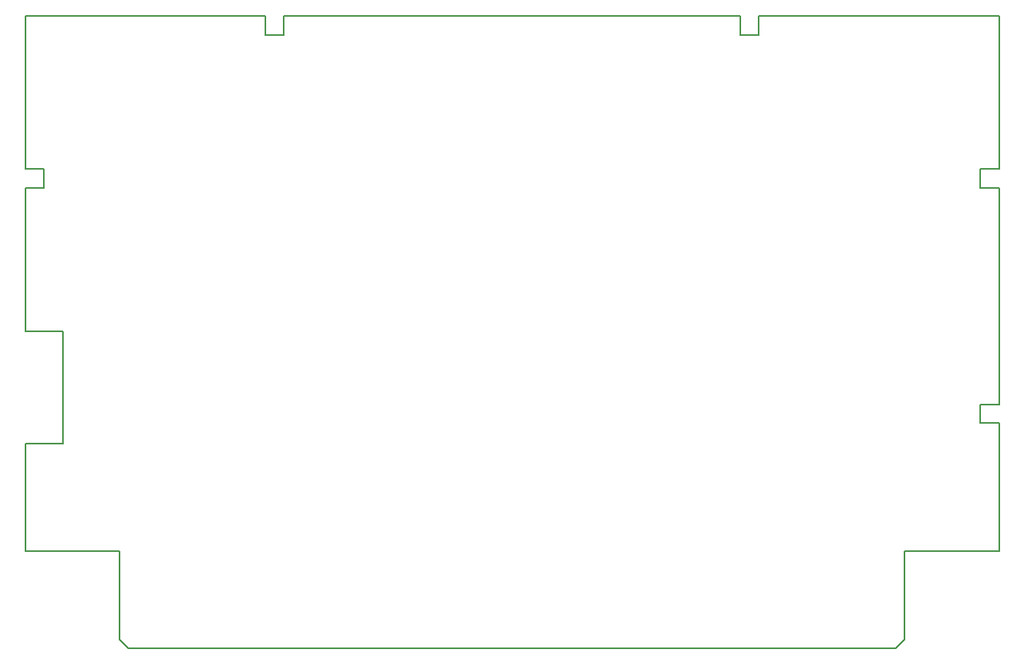
<source format=gbr>
%TF.GenerationSoftware,Altium Limited,Altium Designer,23.10.1 (27)*%
G04 Layer_Color=16711935*
%FSLAX45Y45*%
%MOMM*%
%TF.SameCoordinates,E65562DB-48BA-4528-A783-DBC4A45482EB*%
%TF.FilePolarity,Positive*%
%TF.FileFunction,Other,Mechanical_1*%
%TF.Part,Single*%
G01*
G75*
%TA.AperFunction,NonConductor*%
%ADD107C,0.15240*%
D107*
X1423199Y2446000D02*
Y2646000D01*
Y2446000D02*
X1623199D01*
Y2646000D01*
X-6173199Y-3040000D02*
Y-1900000D01*
Y-700000D02*
Y821000D01*
Y1021000D02*
Y2646000D01*
X4176801Y-3040000D02*
Y-1679000D01*
Y-1479000D02*
Y821000D01*
Y1021000D02*
Y2646000D01*
X3976801Y1021000D02*
X4176801D01*
X3976801Y821000D02*
Y1021000D01*
Y821000D02*
X4176801D01*
X-6173199D02*
X-5973199D01*
Y1021000D01*
X-6173199D02*
X-5973199D01*
X3976801Y-1479000D02*
X4176801D01*
X3976801Y-1679000D02*
Y-1479000D01*
Y-1679000D02*
X4176801D01*
X-6173199Y2646000D02*
X-3623199D01*
X-3423199D02*
X1423199D01*
X-3623199Y2446000D02*
Y2646000D01*
Y2446000D02*
X-3423199D01*
Y2646000D01*
X1623199D02*
X4176801D01*
X3166801Y-3983801D02*
Y-3040000D01*
X-5166799Y-3982599D02*
Y-3040000D01*
X-6173199D02*
X-5166799D01*
X3166801D02*
X4176801D01*
X-6173199Y-1900000D02*
X-5775000D01*
Y-700000D01*
X-6173199D02*
X-5775000D01*
X3075602Y-4075000D02*
X3166801Y-3983801D01*
X-5074398Y-4075000D02*
X3075602D01*
X-5166799Y-3982599D02*
X-5074398Y-4075000D01*
%TF.MD5,02809ed310c37a4b1b387053f0197a47*%
M02*

</source>
